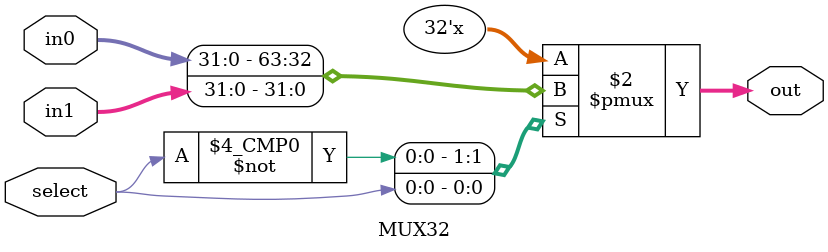
<source format=v>
module MUX32 (input select, input [31:0] in0, in1, output reg [31:0] out);
always @(*) begin 
	case (select)
		1'b0 : out = in0;
		1'b1 : out = in1;
	endcase
end
endmodule
</source>
